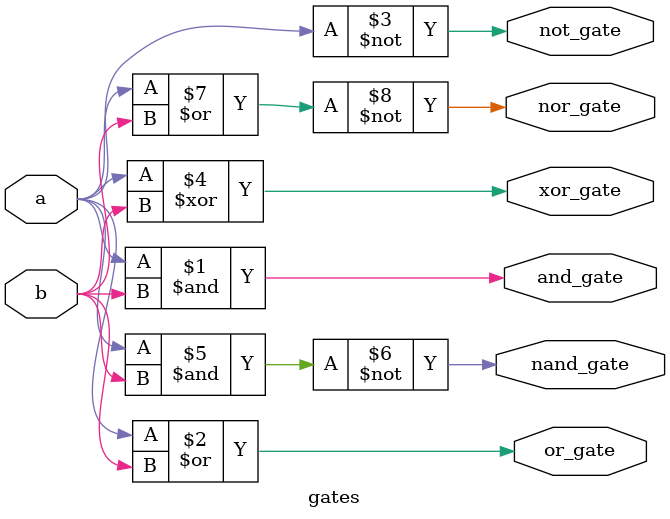
<source format=v>
`timescale 1ns / 1ps
module gates(a,b,and_gate,or_gate,not_gate,xor_gate,nand_gate,nor_gate) ;
 input a,b;
 output and_gate,or_gate,not_gate,xor_gate,nand_gate,nor_gate;
 assign and_gate= a & b;
 assign or_gate= a | b;
 assign not_gate= ~a;
 assign xor_gate= a ^ b;
 assign nand_gate= ~(a & b);
 assign nor_gate= ~(a | b);
  
endmodule

</source>
